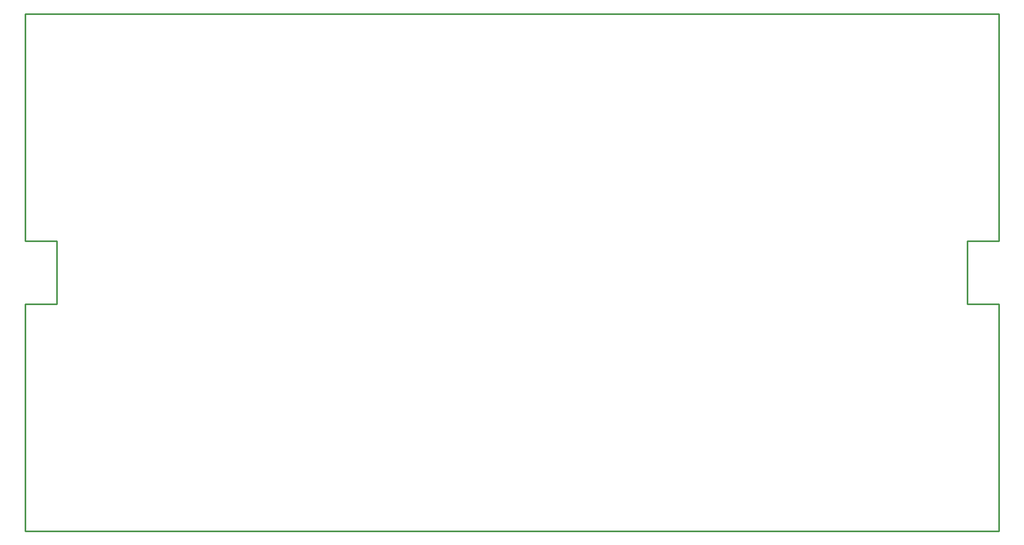
<source format=gm1>
G04*
G04 #@! TF.GenerationSoftware,Altium Limited,Altium Designer,24.2.2 (26)*
G04*
G04 Layer_Color=16711935*
%FSLAX25Y25*%
%MOIN*%
G70*
G04*
G04 #@! TF.SameCoordinates,93052230-0714-41EE-B623-C252674C3430*
G04*
G04*
G04 #@! TF.FilePolarity,Positive*
G04*
G01*
G75*
%ADD14C,0.01000*%
D14*
X586614Y141732D02*
Y181102D01*
X606299Y0D02*
Y141732D01*
X586614D02*
X606299D01*
X586614Y181102D02*
X606299D01*
Y322835D01*
X0Y181102D02*
Y322835D01*
Y181102D02*
X19685D01*
Y141732D02*
Y181102D01*
X0Y141732D02*
X19685D01*
X0Y0D02*
Y141732D01*
Y322835D02*
X606299D01*
X0Y0D02*
X606299D01*
M02*

</source>
